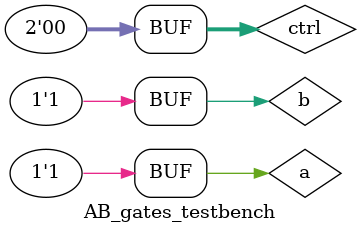
<source format=sv>
`timescale 1ps/1ps
module AB_gates (a, b, ctrl, out);
	input logic a, b;
	input logic [1:0] ctrl;
	output logic out;
	
	logic [3:0] finalMuxIn;
	
	and_gate_2_inputs AND (.a, .b, .out(finalMuxIn[0]));
	or_gate_2_inputs OR (.a, .b, .out(finalMuxIn[1]));
	XOR_gate_2_inputs XOR (.a, .b, .out(finalMuxIn[2]));

	assign finalMuxIn[3] = 0; // don't care, but don't want X
	
	mux_4to1 finalMux (.in(finalMuxIn), .sel(ctrl), .out);
	
endmodule 

module AB_gates_testbench();
	logic a, b, out;
	logic [1:0] ctrl;
	
	AB_gates dut (.a, .b, .ctrl, .out);
	
	initial begin
		ctrl = 0; #500;
		for (int i = 0; i < 4; i++) begin
			a = 0; b = 0; #500;
			a = 0; b = 1; #500;
			a = 1; b = 0; #500;
			a = 1; b = 1; #500;
			ctrl += 1; # 500;
		end
	end
endmodule 
</source>
